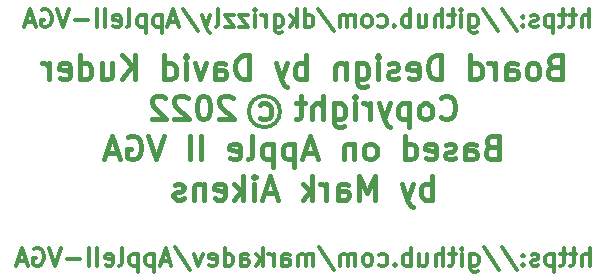
<source format=gbo>
%TF.GenerationSoftware,KiCad,Pcbnew,(5.1.10)-1*%
%TF.CreationDate,2022-11-27T19:39:58-05:00*%
%TF.ProjectId,AppleII-Pico,4170706c-6549-4492-9d50-69636f2e6b69,rev?*%
%TF.SameCoordinates,Original*%
%TF.FileFunction,Legend,Bot*%
%TF.FilePolarity,Positive*%
%FSLAX46Y46*%
G04 Gerber Fmt 4.6, Leading zero omitted, Abs format (unit mm)*
G04 Created by KiCad (PCBNEW (5.1.10)-1) date 2022-11-27 19:39:58*
%MOMM*%
%LPD*%
G01*
G04 APERTURE LIST*
%ADD10C,0.300000*%
%ADD11C,0.400000*%
G04 APERTURE END LIST*
D10*
X155960016Y-87841000D02*
G75*
G03*
X155960016Y-87841000I-1315416J0D01*
G01*
X182149028Y-80696371D02*
X182149028Y-79196371D01*
X181506171Y-80696371D02*
X181506171Y-79910657D01*
X181577600Y-79767800D01*
X181720457Y-79696371D01*
X181934742Y-79696371D01*
X182077600Y-79767800D01*
X182149028Y-79839228D01*
X181006171Y-79696371D02*
X180434742Y-79696371D01*
X180791885Y-79196371D02*
X180791885Y-80482085D01*
X180720457Y-80624942D01*
X180577600Y-80696371D01*
X180434742Y-80696371D01*
X180149028Y-79696371D02*
X179577600Y-79696371D01*
X179934742Y-79196371D02*
X179934742Y-80482085D01*
X179863314Y-80624942D01*
X179720457Y-80696371D01*
X179577600Y-80696371D01*
X179077600Y-79696371D02*
X179077600Y-81196371D01*
X179077600Y-79767800D02*
X178934742Y-79696371D01*
X178649028Y-79696371D01*
X178506171Y-79767800D01*
X178434742Y-79839228D01*
X178363314Y-79982085D01*
X178363314Y-80410657D01*
X178434742Y-80553514D01*
X178506171Y-80624942D01*
X178649028Y-80696371D01*
X178934742Y-80696371D01*
X179077600Y-80624942D01*
X177791885Y-80624942D02*
X177649028Y-80696371D01*
X177363314Y-80696371D01*
X177220457Y-80624942D01*
X177149028Y-80482085D01*
X177149028Y-80410657D01*
X177220457Y-80267800D01*
X177363314Y-80196371D01*
X177577600Y-80196371D01*
X177720457Y-80124942D01*
X177791885Y-79982085D01*
X177791885Y-79910657D01*
X177720457Y-79767800D01*
X177577600Y-79696371D01*
X177363314Y-79696371D01*
X177220457Y-79767800D01*
X176506171Y-80553514D02*
X176434742Y-80624942D01*
X176506171Y-80696371D01*
X176577600Y-80624942D01*
X176506171Y-80553514D01*
X176506171Y-80696371D01*
X176506171Y-79767800D02*
X176434742Y-79839228D01*
X176506171Y-79910657D01*
X176577600Y-79839228D01*
X176506171Y-79767800D01*
X176506171Y-79910657D01*
X174720457Y-79124942D02*
X176006171Y-81053514D01*
X173149028Y-79124942D02*
X174434742Y-81053514D01*
X172006171Y-79696371D02*
X172006171Y-80910657D01*
X172077600Y-81053514D01*
X172149028Y-81124942D01*
X172291885Y-81196371D01*
X172506171Y-81196371D01*
X172649028Y-81124942D01*
X172006171Y-80624942D02*
X172149028Y-80696371D01*
X172434742Y-80696371D01*
X172577600Y-80624942D01*
X172649028Y-80553514D01*
X172720457Y-80410657D01*
X172720457Y-79982085D01*
X172649028Y-79839228D01*
X172577600Y-79767800D01*
X172434742Y-79696371D01*
X172149028Y-79696371D01*
X172006171Y-79767800D01*
X171291885Y-80696371D02*
X171291885Y-79696371D01*
X171291885Y-79196371D02*
X171363314Y-79267800D01*
X171291885Y-79339228D01*
X171220457Y-79267800D01*
X171291885Y-79196371D01*
X171291885Y-79339228D01*
X170791885Y-79696371D02*
X170220457Y-79696371D01*
X170577599Y-79196371D02*
X170577599Y-80482085D01*
X170506171Y-80624942D01*
X170363314Y-80696371D01*
X170220457Y-80696371D01*
X169720457Y-80696371D02*
X169720457Y-79196371D01*
X169077599Y-80696371D02*
X169077599Y-79910657D01*
X169149028Y-79767800D01*
X169291885Y-79696371D01*
X169506171Y-79696371D01*
X169649028Y-79767800D01*
X169720457Y-79839228D01*
X167720457Y-79696371D02*
X167720457Y-80696371D01*
X168363314Y-79696371D02*
X168363314Y-80482085D01*
X168291885Y-80624942D01*
X168149028Y-80696371D01*
X167934742Y-80696371D01*
X167791885Y-80624942D01*
X167720457Y-80553514D01*
X167006171Y-80696371D02*
X167006171Y-79196371D01*
X167006171Y-79767800D02*
X166863314Y-79696371D01*
X166577599Y-79696371D01*
X166434742Y-79767800D01*
X166363314Y-79839228D01*
X166291885Y-79982085D01*
X166291885Y-80410657D01*
X166363314Y-80553514D01*
X166434742Y-80624942D01*
X166577599Y-80696371D01*
X166863314Y-80696371D01*
X167006171Y-80624942D01*
X165649028Y-80553514D02*
X165577599Y-80624942D01*
X165649028Y-80696371D01*
X165720457Y-80624942D01*
X165649028Y-80553514D01*
X165649028Y-80696371D01*
X164291885Y-80624942D02*
X164434742Y-80696371D01*
X164720457Y-80696371D01*
X164863314Y-80624942D01*
X164934742Y-80553514D01*
X165006171Y-80410657D01*
X165006171Y-79982085D01*
X164934742Y-79839228D01*
X164863314Y-79767800D01*
X164720457Y-79696371D01*
X164434742Y-79696371D01*
X164291885Y-79767800D01*
X163434742Y-80696371D02*
X163577599Y-80624942D01*
X163649028Y-80553514D01*
X163720457Y-80410657D01*
X163720457Y-79982085D01*
X163649028Y-79839228D01*
X163577599Y-79767800D01*
X163434742Y-79696371D01*
X163220457Y-79696371D01*
X163077599Y-79767800D01*
X163006171Y-79839228D01*
X162934742Y-79982085D01*
X162934742Y-80410657D01*
X163006171Y-80553514D01*
X163077599Y-80624942D01*
X163220457Y-80696371D01*
X163434742Y-80696371D01*
X162291885Y-80696371D02*
X162291885Y-79696371D01*
X162291885Y-79839228D02*
X162220457Y-79767800D01*
X162077599Y-79696371D01*
X161863314Y-79696371D01*
X161720457Y-79767800D01*
X161649028Y-79910657D01*
X161649028Y-80696371D01*
X161649028Y-79910657D02*
X161577599Y-79767800D01*
X161434742Y-79696371D01*
X161220457Y-79696371D01*
X161077599Y-79767800D01*
X161006171Y-79910657D01*
X161006171Y-80696371D01*
X159220457Y-79124942D02*
X160506171Y-81053514D01*
X158077599Y-80696371D02*
X158077599Y-79196371D01*
X158077599Y-80624942D02*
X158220457Y-80696371D01*
X158506171Y-80696371D01*
X158649028Y-80624942D01*
X158720457Y-80553514D01*
X158791885Y-80410657D01*
X158791885Y-79982085D01*
X158720457Y-79839228D01*
X158649028Y-79767800D01*
X158506171Y-79696371D01*
X158220457Y-79696371D01*
X158077599Y-79767800D01*
X157363314Y-80696371D02*
X157363314Y-79196371D01*
X157220457Y-80124942D02*
X156791885Y-80696371D01*
X156791885Y-79696371D02*
X157363314Y-80267800D01*
X155506171Y-79696371D02*
X155506171Y-80910657D01*
X155577599Y-81053514D01*
X155649028Y-81124942D01*
X155791885Y-81196371D01*
X156006171Y-81196371D01*
X156149028Y-81124942D01*
X155506171Y-80624942D02*
X155649028Y-80696371D01*
X155934742Y-80696371D01*
X156077599Y-80624942D01*
X156149028Y-80553514D01*
X156220457Y-80410657D01*
X156220457Y-79982085D01*
X156149028Y-79839228D01*
X156077599Y-79767800D01*
X155934742Y-79696371D01*
X155649028Y-79696371D01*
X155506171Y-79767800D01*
X154791885Y-80696371D02*
X154791885Y-79696371D01*
X154791885Y-79982085D02*
X154720457Y-79839228D01*
X154649028Y-79767800D01*
X154506171Y-79696371D01*
X154363314Y-79696371D01*
X153863314Y-80696371D02*
X153863314Y-79696371D01*
X153863314Y-79196371D02*
X153934742Y-79267800D01*
X153863314Y-79339228D01*
X153791885Y-79267800D01*
X153863314Y-79196371D01*
X153863314Y-79339228D01*
X153291885Y-79696371D02*
X152506171Y-79696371D01*
X153291885Y-80696371D01*
X152506171Y-80696371D01*
X152077599Y-79696371D02*
X151291885Y-79696371D01*
X152077599Y-80696371D01*
X151291885Y-80696371D01*
X150506171Y-80696371D02*
X150649028Y-80624942D01*
X150720457Y-80482085D01*
X150720457Y-79196371D01*
X150077599Y-79696371D02*
X149720457Y-80696371D01*
X149363314Y-79696371D02*
X149720457Y-80696371D01*
X149863314Y-81053514D01*
X149934742Y-81124942D01*
X150077599Y-81196371D01*
X147720457Y-79124942D02*
X149006171Y-81053514D01*
X147291885Y-80267800D02*
X146577599Y-80267800D01*
X147434742Y-80696371D02*
X146934742Y-79196371D01*
X146434742Y-80696371D01*
X145934742Y-79696371D02*
X145934742Y-81196371D01*
X145934742Y-79767800D02*
X145791885Y-79696371D01*
X145506171Y-79696371D01*
X145363314Y-79767800D01*
X145291885Y-79839228D01*
X145220457Y-79982085D01*
X145220457Y-80410657D01*
X145291885Y-80553514D01*
X145363314Y-80624942D01*
X145506171Y-80696371D01*
X145791885Y-80696371D01*
X145934742Y-80624942D01*
X144577599Y-79696371D02*
X144577599Y-81196371D01*
X144577599Y-79767800D02*
X144434742Y-79696371D01*
X144149028Y-79696371D01*
X144006171Y-79767800D01*
X143934742Y-79839228D01*
X143863314Y-79982085D01*
X143863314Y-80410657D01*
X143934742Y-80553514D01*
X144006171Y-80624942D01*
X144149028Y-80696371D01*
X144434742Y-80696371D01*
X144577599Y-80624942D01*
X143006171Y-80696371D02*
X143149028Y-80624942D01*
X143220457Y-80482085D01*
X143220457Y-79196371D01*
X141863314Y-80624942D02*
X142006171Y-80696371D01*
X142291885Y-80696371D01*
X142434742Y-80624942D01*
X142506171Y-80482085D01*
X142506171Y-79910657D01*
X142434742Y-79767800D01*
X142291885Y-79696371D01*
X142006171Y-79696371D01*
X141863314Y-79767800D01*
X141791885Y-79910657D01*
X141791885Y-80053514D01*
X142506171Y-80196371D01*
X141149028Y-80696371D02*
X141149028Y-79196371D01*
X140434742Y-80696371D02*
X140434742Y-79196371D01*
X139720457Y-80124942D02*
X138577599Y-80124942D01*
X138077599Y-79196371D02*
X137577599Y-80696371D01*
X137077599Y-79196371D01*
X135791885Y-79267800D02*
X135934742Y-79196371D01*
X136149028Y-79196371D01*
X136363314Y-79267800D01*
X136506171Y-79410657D01*
X136577599Y-79553514D01*
X136649028Y-79839228D01*
X136649028Y-80053514D01*
X136577599Y-80339228D01*
X136506171Y-80482085D01*
X136363314Y-80624942D01*
X136149028Y-80696371D01*
X136006171Y-80696371D01*
X135791885Y-80624942D01*
X135720457Y-80553514D01*
X135720457Y-80053514D01*
X136006171Y-80053514D01*
X135149028Y-80267800D02*
X134434742Y-80267800D01*
X135291885Y-80696371D02*
X134791885Y-79196371D01*
X134291885Y-80696371D01*
X182201371Y-100889371D02*
X182201371Y-99389371D01*
X181558514Y-100889371D02*
X181558514Y-100103657D01*
X181629942Y-99960800D01*
X181772800Y-99889371D01*
X181987085Y-99889371D01*
X182129942Y-99960800D01*
X182201371Y-100032228D01*
X181058514Y-99889371D02*
X180487085Y-99889371D01*
X180844228Y-99389371D02*
X180844228Y-100675085D01*
X180772800Y-100817942D01*
X180629942Y-100889371D01*
X180487085Y-100889371D01*
X180201371Y-99889371D02*
X179629942Y-99889371D01*
X179987085Y-99389371D02*
X179987085Y-100675085D01*
X179915657Y-100817942D01*
X179772800Y-100889371D01*
X179629942Y-100889371D01*
X179129942Y-99889371D02*
X179129942Y-101389371D01*
X179129942Y-99960800D02*
X178987085Y-99889371D01*
X178701371Y-99889371D01*
X178558514Y-99960800D01*
X178487085Y-100032228D01*
X178415657Y-100175085D01*
X178415657Y-100603657D01*
X178487085Y-100746514D01*
X178558514Y-100817942D01*
X178701371Y-100889371D01*
X178987085Y-100889371D01*
X179129942Y-100817942D01*
X177844228Y-100817942D02*
X177701371Y-100889371D01*
X177415657Y-100889371D01*
X177272800Y-100817942D01*
X177201371Y-100675085D01*
X177201371Y-100603657D01*
X177272800Y-100460800D01*
X177415657Y-100389371D01*
X177629942Y-100389371D01*
X177772800Y-100317942D01*
X177844228Y-100175085D01*
X177844228Y-100103657D01*
X177772800Y-99960800D01*
X177629942Y-99889371D01*
X177415657Y-99889371D01*
X177272800Y-99960800D01*
X176558514Y-100746514D02*
X176487085Y-100817942D01*
X176558514Y-100889371D01*
X176629942Y-100817942D01*
X176558514Y-100746514D01*
X176558514Y-100889371D01*
X176558514Y-99960800D02*
X176487085Y-100032228D01*
X176558514Y-100103657D01*
X176629942Y-100032228D01*
X176558514Y-99960800D01*
X176558514Y-100103657D01*
X174772800Y-99317942D02*
X176058514Y-101246514D01*
X173201371Y-99317942D02*
X174487085Y-101246514D01*
X172058514Y-99889371D02*
X172058514Y-101103657D01*
X172129942Y-101246514D01*
X172201371Y-101317942D01*
X172344228Y-101389371D01*
X172558514Y-101389371D01*
X172701371Y-101317942D01*
X172058514Y-100817942D02*
X172201371Y-100889371D01*
X172487085Y-100889371D01*
X172629942Y-100817942D01*
X172701371Y-100746514D01*
X172772800Y-100603657D01*
X172772800Y-100175085D01*
X172701371Y-100032228D01*
X172629942Y-99960800D01*
X172487085Y-99889371D01*
X172201371Y-99889371D01*
X172058514Y-99960800D01*
X171344228Y-100889371D02*
X171344228Y-99889371D01*
X171344228Y-99389371D02*
X171415657Y-99460800D01*
X171344228Y-99532228D01*
X171272800Y-99460800D01*
X171344228Y-99389371D01*
X171344228Y-99532228D01*
X170844228Y-99889371D02*
X170272800Y-99889371D01*
X170629942Y-99389371D02*
X170629942Y-100675085D01*
X170558514Y-100817942D01*
X170415657Y-100889371D01*
X170272800Y-100889371D01*
X169772800Y-100889371D02*
X169772800Y-99389371D01*
X169129942Y-100889371D02*
X169129942Y-100103657D01*
X169201371Y-99960800D01*
X169344228Y-99889371D01*
X169558514Y-99889371D01*
X169701371Y-99960800D01*
X169772800Y-100032228D01*
X167772800Y-99889371D02*
X167772800Y-100889371D01*
X168415657Y-99889371D02*
X168415657Y-100675085D01*
X168344228Y-100817942D01*
X168201371Y-100889371D01*
X167987085Y-100889371D01*
X167844228Y-100817942D01*
X167772800Y-100746514D01*
X167058514Y-100889371D02*
X167058514Y-99389371D01*
X167058514Y-99960800D02*
X166915657Y-99889371D01*
X166629942Y-99889371D01*
X166487085Y-99960800D01*
X166415657Y-100032228D01*
X166344228Y-100175085D01*
X166344228Y-100603657D01*
X166415657Y-100746514D01*
X166487085Y-100817942D01*
X166629942Y-100889371D01*
X166915657Y-100889371D01*
X167058514Y-100817942D01*
X165701371Y-100746514D02*
X165629942Y-100817942D01*
X165701371Y-100889371D01*
X165772799Y-100817942D01*
X165701371Y-100746514D01*
X165701371Y-100889371D01*
X164344228Y-100817942D02*
X164487085Y-100889371D01*
X164772800Y-100889371D01*
X164915657Y-100817942D01*
X164987085Y-100746514D01*
X165058514Y-100603657D01*
X165058514Y-100175085D01*
X164987085Y-100032228D01*
X164915657Y-99960800D01*
X164772800Y-99889371D01*
X164487085Y-99889371D01*
X164344228Y-99960800D01*
X163487085Y-100889371D02*
X163629942Y-100817942D01*
X163701371Y-100746514D01*
X163772799Y-100603657D01*
X163772799Y-100175085D01*
X163701371Y-100032228D01*
X163629942Y-99960800D01*
X163487085Y-99889371D01*
X163272799Y-99889371D01*
X163129942Y-99960800D01*
X163058514Y-100032228D01*
X162987085Y-100175085D01*
X162987085Y-100603657D01*
X163058514Y-100746514D01*
X163129942Y-100817942D01*
X163272799Y-100889371D01*
X163487085Y-100889371D01*
X162344228Y-100889371D02*
X162344228Y-99889371D01*
X162344228Y-100032228D02*
X162272799Y-99960800D01*
X162129942Y-99889371D01*
X161915657Y-99889371D01*
X161772799Y-99960800D01*
X161701371Y-100103657D01*
X161701371Y-100889371D01*
X161701371Y-100103657D02*
X161629942Y-99960800D01*
X161487085Y-99889371D01*
X161272799Y-99889371D01*
X161129942Y-99960800D01*
X161058514Y-100103657D01*
X161058514Y-100889371D01*
X159272799Y-99317942D02*
X160558514Y-101246514D01*
X158772799Y-100889371D02*
X158772799Y-99889371D01*
X158772799Y-100032228D02*
X158701371Y-99960800D01*
X158558514Y-99889371D01*
X158344228Y-99889371D01*
X158201371Y-99960800D01*
X158129942Y-100103657D01*
X158129942Y-100889371D01*
X158129942Y-100103657D02*
X158058514Y-99960800D01*
X157915657Y-99889371D01*
X157701371Y-99889371D01*
X157558514Y-99960800D01*
X157487085Y-100103657D01*
X157487085Y-100889371D01*
X156129942Y-100889371D02*
X156129942Y-100103657D01*
X156201371Y-99960800D01*
X156344228Y-99889371D01*
X156629942Y-99889371D01*
X156772799Y-99960800D01*
X156129942Y-100817942D02*
X156272799Y-100889371D01*
X156629942Y-100889371D01*
X156772799Y-100817942D01*
X156844228Y-100675085D01*
X156844228Y-100532228D01*
X156772799Y-100389371D01*
X156629942Y-100317942D01*
X156272799Y-100317942D01*
X156129942Y-100246514D01*
X155415657Y-100889371D02*
X155415657Y-99889371D01*
X155415657Y-100175085D02*
X155344228Y-100032228D01*
X155272799Y-99960800D01*
X155129942Y-99889371D01*
X154987085Y-99889371D01*
X154487085Y-100889371D02*
X154487085Y-99389371D01*
X154344228Y-100317942D02*
X153915657Y-100889371D01*
X153915657Y-99889371D02*
X154487085Y-100460800D01*
X152629942Y-100889371D02*
X152629942Y-100103657D01*
X152701371Y-99960800D01*
X152844228Y-99889371D01*
X153129942Y-99889371D01*
X153272799Y-99960800D01*
X152629942Y-100817942D02*
X152772799Y-100889371D01*
X153129942Y-100889371D01*
X153272799Y-100817942D01*
X153344228Y-100675085D01*
X153344228Y-100532228D01*
X153272799Y-100389371D01*
X153129942Y-100317942D01*
X152772799Y-100317942D01*
X152629942Y-100246514D01*
X151272799Y-100889371D02*
X151272799Y-99389371D01*
X151272799Y-100817942D02*
X151415657Y-100889371D01*
X151701371Y-100889371D01*
X151844228Y-100817942D01*
X151915657Y-100746514D01*
X151987085Y-100603657D01*
X151987085Y-100175085D01*
X151915657Y-100032228D01*
X151844228Y-99960800D01*
X151701371Y-99889371D01*
X151415657Y-99889371D01*
X151272799Y-99960800D01*
X149987085Y-100817942D02*
X150129942Y-100889371D01*
X150415657Y-100889371D01*
X150558514Y-100817942D01*
X150629942Y-100675085D01*
X150629942Y-100103657D01*
X150558514Y-99960800D01*
X150415657Y-99889371D01*
X150129942Y-99889371D01*
X149987085Y-99960800D01*
X149915657Y-100103657D01*
X149915657Y-100246514D01*
X150629942Y-100389371D01*
X149415657Y-99889371D02*
X149058514Y-100889371D01*
X148701371Y-99889371D01*
X147058514Y-99317942D02*
X148344228Y-101246514D01*
X146629942Y-100460800D02*
X145915657Y-100460800D01*
X146772799Y-100889371D02*
X146272799Y-99389371D01*
X145772799Y-100889371D01*
X145272799Y-99889371D02*
X145272799Y-101389371D01*
X145272799Y-99960800D02*
X145129942Y-99889371D01*
X144844228Y-99889371D01*
X144701371Y-99960800D01*
X144629942Y-100032228D01*
X144558514Y-100175085D01*
X144558514Y-100603657D01*
X144629942Y-100746514D01*
X144701371Y-100817942D01*
X144844228Y-100889371D01*
X145129942Y-100889371D01*
X145272799Y-100817942D01*
X143915657Y-99889371D02*
X143915657Y-101389371D01*
X143915657Y-99960800D02*
X143772799Y-99889371D01*
X143487085Y-99889371D01*
X143344228Y-99960800D01*
X143272799Y-100032228D01*
X143201371Y-100175085D01*
X143201371Y-100603657D01*
X143272799Y-100746514D01*
X143344228Y-100817942D01*
X143487085Y-100889371D01*
X143772799Y-100889371D01*
X143915657Y-100817942D01*
X142344228Y-100889371D02*
X142487085Y-100817942D01*
X142558514Y-100675085D01*
X142558514Y-99389371D01*
X141201371Y-100817942D02*
X141344228Y-100889371D01*
X141629942Y-100889371D01*
X141772799Y-100817942D01*
X141844228Y-100675085D01*
X141844228Y-100103657D01*
X141772799Y-99960800D01*
X141629942Y-99889371D01*
X141344228Y-99889371D01*
X141201371Y-99960800D01*
X141129942Y-100103657D01*
X141129942Y-100246514D01*
X141844228Y-100389371D01*
X140487085Y-100889371D02*
X140487085Y-99389371D01*
X139772799Y-100889371D02*
X139772799Y-99389371D01*
X139058514Y-100317942D02*
X137915657Y-100317942D01*
X137415657Y-99389371D02*
X136915657Y-100889371D01*
X136415657Y-99389371D01*
X135129942Y-99460800D02*
X135272799Y-99389371D01*
X135487085Y-99389371D01*
X135701371Y-99460800D01*
X135844228Y-99603657D01*
X135915657Y-99746514D01*
X135987085Y-100032228D01*
X135987085Y-100246514D01*
X135915657Y-100532228D01*
X135844228Y-100675085D01*
X135701371Y-100817942D01*
X135487085Y-100889371D01*
X135344228Y-100889371D01*
X135129942Y-100817942D01*
X135058514Y-100746514D01*
X135058514Y-100246514D01*
X135344228Y-100246514D01*
X134487085Y-100460800D02*
X133772799Y-100460800D01*
X134629942Y-100889371D02*
X134129942Y-99389371D01*
X133629942Y-100889371D01*
D11*
X179137076Y-84045942D02*
X178851361Y-84141180D01*
X178756123Y-84236419D01*
X178660885Y-84426895D01*
X178660885Y-84712609D01*
X178756123Y-84903085D01*
X178851361Y-84998323D01*
X179041838Y-85093561D01*
X179803742Y-85093561D01*
X179803742Y-83093561D01*
X179137076Y-83093561D01*
X178946600Y-83188800D01*
X178851361Y-83284038D01*
X178756123Y-83474514D01*
X178756123Y-83664990D01*
X178851361Y-83855466D01*
X178946600Y-83950704D01*
X179137076Y-84045942D01*
X179803742Y-84045942D01*
X177518028Y-85093561D02*
X177708504Y-84998323D01*
X177803742Y-84903085D01*
X177898980Y-84712609D01*
X177898980Y-84141180D01*
X177803742Y-83950704D01*
X177708504Y-83855466D01*
X177518028Y-83760228D01*
X177232314Y-83760228D01*
X177041838Y-83855466D01*
X176946600Y-83950704D01*
X176851361Y-84141180D01*
X176851361Y-84712609D01*
X176946600Y-84903085D01*
X177041838Y-84998323D01*
X177232314Y-85093561D01*
X177518028Y-85093561D01*
X175137076Y-85093561D02*
X175137076Y-84045942D01*
X175232314Y-83855466D01*
X175422790Y-83760228D01*
X175803742Y-83760228D01*
X175994219Y-83855466D01*
X175137076Y-84998323D02*
X175327552Y-85093561D01*
X175803742Y-85093561D01*
X175994219Y-84998323D01*
X176089457Y-84807847D01*
X176089457Y-84617371D01*
X175994219Y-84426895D01*
X175803742Y-84331657D01*
X175327552Y-84331657D01*
X175137076Y-84236419D01*
X174184695Y-85093561D02*
X174184695Y-83760228D01*
X174184695Y-84141180D02*
X174089457Y-83950704D01*
X173994219Y-83855466D01*
X173803742Y-83760228D01*
X173613266Y-83760228D01*
X172089457Y-85093561D02*
X172089457Y-83093561D01*
X172089457Y-84998323D02*
X172279933Y-85093561D01*
X172660885Y-85093561D01*
X172851361Y-84998323D01*
X172946600Y-84903085D01*
X173041838Y-84712609D01*
X173041838Y-84141180D01*
X172946600Y-83950704D01*
X172851361Y-83855466D01*
X172660885Y-83760228D01*
X172279933Y-83760228D01*
X172089457Y-83855466D01*
X169613266Y-85093561D02*
X169613266Y-83093561D01*
X169137076Y-83093561D01*
X168851361Y-83188800D01*
X168660885Y-83379276D01*
X168565647Y-83569752D01*
X168470409Y-83950704D01*
X168470409Y-84236419D01*
X168565647Y-84617371D01*
X168660885Y-84807847D01*
X168851361Y-84998323D01*
X169137076Y-85093561D01*
X169613266Y-85093561D01*
X166851361Y-84998323D02*
X167041838Y-85093561D01*
X167422790Y-85093561D01*
X167613266Y-84998323D01*
X167708504Y-84807847D01*
X167708504Y-84045942D01*
X167613266Y-83855466D01*
X167422790Y-83760228D01*
X167041838Y-83760228D01*
X166851361Y-83855466D01*
X166756123Y-84045942D01*
X166756123Y-84236419D01*
X167708504Y-84426895D01*
X165994219Y-84998323D02*
X165803742Y-85093561D01*
X165422790Y-85093561D01*
X165232314Y-84998323D01*
X165137076Y-84807847D01*
X165137076Y-84712609D01*
X165232314Y-84522133D01*
X165422790Y-84426895D01*
X165708504Y-84426895D01*
X165898980Y-84331657D01*
X165994219Y-84141180D01*
X165994219Y-84045942D01*
X165898980Y-83855466D01*
X165708504Y-83760228D01*
X165422790Y-83760228D01*
X165232314Y-83855466D01*
X164279933Y-85093561D02*
X164279933Y-83760228D01*
X164279933Y-83093561D02*
X164375171Y-83188800D01*
X164279933Y-83284038D01*
X164184695Y-83188800D01*
X164279933Y-83093561D01*
X164279933Y-83284038D01*
X162470409Y-83760228D02*
X162470409Y-85379276D01*
X162565647Y-85569752D01*
X162660885Y-85664990D01*
X162851361Y-85760228D01*
X163137076Y-85760228D01*
X163327552Y-85664990D01*
X162470409Y-84998323D02*
X162660885Y-85093561D01*
X163041838Y-85093561D01*
X163232314Y-84998323D01*
X163327552Y-84903085D01*
X163422790Y-84712609D01*
X163422790Y-84141180D01*
X163327552Y-83950704D01*
X163232314Y-83855466D01*
X163041838Y-83760228D01*
X162660885Y-83760228D01*
X162470409Y-83855466D01*
X161518028Y-83760228D02*
X161518028Y-85093561D01*
X161518028Y-83950704D02*
X161422790Y-83855466D01*
X161232314Y-83760228D01*
X160946600Y-83760228D01*
X160756123Y-83855466D01*
X160660885Y-84045942D01*
X160660885Y-85093561D01*
X158184695Y-85093561D02*
X158184695Y-83093561D01*
X158184695Y-83855466D02*
X157994219Y-83760228D01*
X157613266Y-83760228D01*
X157422790Y-83855466D01*
X157327552Y-83950704D01*
X157232314Y-84141180D01*
X157232314Y-84712609D01*
X157327552Y-84903085D01*
X157422790Y-84998323D01*
X157613266Y-85093561D01*
X157994219Y-85093561D01*
X158184695Y-84998323D01*
X156565647Y-83760228D02*
X156089457Y-85093561D01*
X155613266Y-83760228D02*
X156089457Y-85093561D01*
X156279933Y-85569752D01*
X156375171Y-85664990D01*
X156565647Y-85760228D01*
X153327552Y-85093561D02*
X153327552Y-83093561D01*
X152851361Y-83093561D01*
X152565647Y-83188800D01*
X152375171Y-83379276D01*
X152279933Y-83569752D01*
X152184695Y-83950704D01*
X152184695Y-84236419D01*
X152279933Y-84617371D01*
X152375171Y-84807847D01*
X152565647Y-84998323D01*
X152851361Y-85093561D01*
X153327552Y-85093561D01*
X150470409Y-85093561D02*
X150470409Y-84045942D01*
X150565647Y-83855466D01*
X150756123Y-83760228D01*
X151137076Y-83760228D01*
X151327552Y-83855466D01*
X150470409Y-84998323D02*
X150660885Y-85093561D01*
X151137076Y-85093561D01*
X151327552Y-84998323D01*
X151422790Y-84807847D01*
X151422790Y-84617371D01*
X151327552Y-84426895D01*
X151137076Y-84331657D01*
X150660885Y-84331657D01*
X150470409Y-84236419D01*
X149708504Y-83760228D02*
X149232314Y-85093561D01*
X148756123Y-83760228D01*
X147994219Y-85093561D02*
X147994219Y-83760228D01*
X147994219Y-83093561D02*
X148089457Y-83188800D01*
X147994219Y-83284038D01*
X147898980Y-83188800D01*
X147994219Y-83093561D01*
X147994219Y-83284038D01*
X146184695Y-85093561D02*
X146184695Y-83093561D01*
X146184695Y-84998323D02*
X146375171Y-85093561D01*
X146756123Y-85093561D01*
X146946600Y-84998323D01*
X147041838Y-84903085D01*
X147137076Y-84712609D01*
X147137076Y-84141180D01*
X147041838Y-83950704D01*
X146946600Y-83855466D01*
X146756123Y-83760228D01*
X146375171Y-83760228D01*
X146184695Y-83855466D01*
X143708504Y-85093561D02*
X143708504Y-83093561D01*
X142565647Y-85093561D02*
X143422790Y-83950704D01*
X142565647Y-83093561D02*
X143708504Y-84236419D01*
X140851361Y-83760228D02*
X140851361Y-85093561D01*
X141708504Y-83760228D02*
X141708504Y-84807847D01*
X141613266Y-84998323D01*
X141422790Y-85093561D01*
X141137076Y-85093561D01*
X140946600Y-84998323D01*
X140851361Y-84903085D01*
X139041838Y-85093561D02*
X139041838Y-83093561D01*
X139041838Y-84998323D02*
X139232314Y-85093561D01*
X139613266Y-85093561D01*
X139803742Y-84998323D01*
X139898980Y-84903085D01*
X139994219Y-84712609D01*
X139994219Y-84141180D01*
X139898980Y-83950704D01*
X139803742Y-83855466D01*
X139613266Y-83760228D01*
X139232314Y-83760228D01*
X139041838Y-83855466D01*
X137327552Y-84998323D02*
X137518028Y-85093561D01*
X137898980Y-85093561D01*
X138089457Y-84998323D01*
X138184695Y-84807847D01*
X138184695Y-84045942D01*
X138089457Y-83855466D01*
X137898980Y-83760228D01*
X137518028Y-83760228D01*
X137327552Y-83855466D01*
X137232314Y-84045942D01*
X137232314Y-84236419D01*
X138184695Y-84426895D01*
X136375171Y-85093561D02*
X136375171Y-83760228D01*
X136375171Y-84141180D02*
X136279933Y-83950704D01*
X136184695Y-83855466D01*
X135994219Y-83760228D01*
X135803742Y-83760228D01*
X169565647Y-88303085D02*
X169660885Y-88398323D01*
X169946600Y-88493561D01*
X170137076Y-88493561D01*
X170422790Y-88398323D01*
X170613266Y-88207847D01*
X170708504Y-88017371D01*
X170803742Y-87636419D01*
X170803742Y-87350704D01*
X170708504Y-86969752D01*
X170613266Y-86779276D01*
X170422790Y-86588800D01*
X170137076Y-86493561D01*
X169946600Y-86493561D01*
X169660885Y-86588800D01*
X169565647Y-86684038D01*
X168422790Y-88493561D02*
X168613266Y-88398323D01*
X168708504Y-88303085D01*
X168803742Y-88112609D01*
X168803742Y-87541180D01*
X168708504Y-87350704D01*
X168613266Y-87255466D01*
X168422790Y-87160228D01*
X168137076Y-87160228D01*
X167946600Y-87255466D01*
X167851361Y-87350704D01*
X167756123Y-87541180D01*
X167756123Y-88112609D01*
X167851361Y-88303085D01*
X167946600Y-88398323D01*
X168137076Y-88493561D01*
X168422790Y-88493561D01*
X166898980Y-87160228D02*
X166898980Y-89160228D01*
X166898980Y-87255466D02*
X166708504Y-87160228D01*
X166327552Y-87160228D01*
X166137076Y-87255466D01*
X166041838Y-87350704D01*
X165946600Y-87541180D01*
X165946600Y-88112609D01*
X166041838Y-88303085D01*
X166137076Y-88398323D01*
X166327552Y-88493561D01*
X166708504Y-88493561D01*
X166898980Y-88398323D01*
X165279933Y-87160228D02*
X164803742Y-88493561D01*
X164327552Y-87160228D02*
X164803742Y-88493561D01*
X164994219Y-88969752D01*
X165089457Y-89064990D01*
X165279933Y-89160228D01*
X163565647Y-88493561D02*
X163565647Y-87160228D01*
X163565647Y-87541180D02*
X163470409Y-87350704D01*
X163375171Y-87255466D01*
X163184695Y-87160228D01*
X162994219Y-87160228D01*
X162327552Y-88493561D02*
X162327552Y-87160228D01*
X162327552Y-86493561D02*
X162422790Y-86588800D01*
X162327552Y-86684038D01*
X162232314Y-86588800D01*
X162327552Y-86493561D01*
X162327552Y-86684038D01*
X160518028Y-87160228D02*
X160518028Y-88779276D01*
X160613266Y-88969752D01*
X160708504Y-89064990D01*
X160898980Y-89160228D01*
X161184695Y-89160228D01*
X161375171Y-89064990D01*
X160518028Y-88398323D02*
X160708504Y-88493561D01*
X161089457Y-88493561D01*
X161279933Y-88398323D01*
X161375171Y-88303085D01*
X161470409Y-88112609D01*
X161470409Y-87541180D01*
X161375171Y-87350704D01*
X161279933Y-87255466D01*
X161089457Y-87160228D01*
X160708504Y-87160228D01*
X160518028Y-87255466D01*
X159565647Y-88493561D02*
X159565647Y-86493561D01*
X158708504Y-88493561D02*
X158708504Y-87445942D01*
X158803742Y-87255466D01*
X158994219Y-87160228D01*
X159279933Y-87160228D01*
X159470409Y-87255466D01*
X159565647Y-87350704D01*
X158041838Y-87160228D02*
X157279933Y-87160228D01*
X157756123Y-86493561D02*
X157756123Y-88207847D01*
X157660885Y-88398323D01*
X157470409Y-88493561D01*
X157279933Y-88493561D01*
X154232314Y-88398323D02*
X154422790Y-88493561D01*
X154803742Y-88493561D01*
X154994219Y-88398323D01*
X155089457Y-88303085D01*
X155184695Y-88112609D01*
X155184695Y-87541180D01*
X155089457Y-87350704D01*
X154994219Y-87255466D01*
X154803742Y-87160228D01*
X154422790Y-87160228D01*
X154232314Y-87255466D01*
X151946600Y-86684038D02*
X151851361Y-86588800D01*
X151660885Y-86493561D01*
X151184695Y-86493561D01*
X150994219Y-86588800D01*
X150898980Y-86684038D01*
X150803742Y-86874514D01*
X150803742Y-87064990D01*
X150898980Y-87350704D01*
X152041838Y-88493561D01*
X150803742Y-88493561D01*
X149565647Y-86493561D02*
X149375171Y-86493561D01*
X149184695Y-86588800D01*
X149089457Y-86684038D01*
X148994219Y-86874514D01*
X148898980Y-87255466D01*
X148898980Y-87731657D01*
X148994219Y-88112609D01*
X149089457Y-88303085D01*
X149184695Y-88398323D01*
X149375171Y-88493561D01*
X149565647Y-88493561D01*
X149756123Y-88398323D01*
X149851361Y-88303085D01*
X149946600Y-88112609D01*
X150041838Y-87731657D01*
X150041838Y-87255466D01*
X149946600Y-86874514D01*
X149851361Y-86684038D01*
X149756123Y-86588800D01*
X149565647Y-86493561D01*
X148137076Y-86684038D02*
X148041838Y-86588800D01*
X147851361Y-86493561D01*
X147375171Y-86493561D01*
X147184695Y-86588800D01*
X147089457Y-86684038D01*
X146994219Y-86874514D01*
X146994219Y-87064990D01*
X147089457Y-87350704D01*
X148232314Y-88493561D01*
X146994219Y-88493561D01*
X146232314Y-86684038D02*
X146137076Y-86588800D01*
X145946600Y-86493561D01*
X145470409Y-86493561D01*
X145279933Y-86588800D01*
X145184695Y-86684038D01*
X145089457Y-86874514D01*
X145089457Y-87064990D01*
X145184695Y-87350704D01*
X146327552Y-88493561D01*
X145089457Y-88493561D01*
X173851361Y-90845942D02*
X173565647Y-90941180D01*
X173470409Y-91036419D01*
X173375171Y-91226895D01*
X173375171Y-91512609D01*
X173470409Y-91703085D01*
X173565647Y-91798323D01*
X173756123Y-91893561D01*
X174518028Y-91893561D01*
X174518028Y-89893561D01*
X173851361Y-89893561D01*
X173660885Y-89988800D01*
X173565647Y-90084038D01*
X173470409Y-90274514D01*
X173470409Y-90464990D01*
X173565647Y-90655466D01*
X173660885Y-90750704D01*
X173851361Y-90845942D01*
X174518028Y-90845942D01*
X171660885Y-91893561D02*
X171660885Y-90845942D01*
X171756123Y-90655466D01*
X171946600Y-90560228D01*
X172327552Y-90560228D01*
X172518028Y-90655466D01*
X171660885Y-91798323D02*
X171851361Y-91893561D01*
X172327552Y-91893561D01*
X172518028Y-91798323D01*
X172613266Y-91607847D01*
X172613266Y-91417371D01*
X172518028Y-91226895D01*
X172327552Y-91131657D01*
X171851361Y-91131657D01*
X171660885Y-91036419D01*
X170803742Y-91798323D02*
X170613266Y-91893561D01*
X170232314Y-91893561D01*
X170041838Y-91798323D01*
X169946600Y-91607847D01*
X169946600Y-91512609D01*
X170041838Y-91322133D01*
X170232314Y-91226895D01*
X170518028Y-91226895D01*
X170708504Y-91131657D01*
X170803742Y-90941180D01*
X170803742Y-90845942D01*
X170708504Y-90655466D01*
X170518028Y-90560228D01*
X170232314Y-90560228D01*
X170041838Y-90655466D01*
X168327552Y-91798323D02*
X168518028Y-91893561D01*
X168898980Y-91893561D01*
X169089457Y-91798323D01*
X169184695Y-91607847D01*
X169184695Y-90845942D01*
X169089457Y-90655466D01*
X168898980Y-90560228D01*
X168518028Y-90560228D01*
X168327552Y-90655466D01*
X168232314Y-90845942D01*
X168232314Y-91036419D01*
X169184695Y-91226895D01*
X166518028Y-91893561D02*
X166518028Y-89893561D01*
X166518028Y-91798323D02*
X166708504Y-91893561D01*
X167089457Y-91893561D01*
X167279933Y-91798323D01*
X167375171Y-91703085D01*
X167470409Y-91512609D01*
X167470409Y-90941180D01*
X167375171Y-90750704D01*
X167279933Y-90655466D01*
X167089457Y-90560228D01*
X166708504Y-90560228D01*
X166518028Y-90655466D01*
X163756123Y-91893561D02*
X163946600Y-91798323D01*
X164041838Y-91703085D01*
X164137076Y-91512609D01*
X164137076Y-90941180D01*
X164041838Y-90750704D01*
X163946600Y-90655466D01*
X163756123Y-90560228D01*
X163470409Y-90560228D01*
X163279933Y-90655466D01*
X163184695Y-90750704D01*
X163089457Y-90941180D01*
X163089457Y-91512609D01*
X163184695Y-91703085D01*
X163279933Y-91798323D01*
X163470409Y-91893561D01*
X163756123Y-91893561D01*
X162232314Y-90560228D02*
X162232314Y-91893561D01*
X162232314Y-90750704D02*
X162137076Y-90655466D01*
X161946600Y-90560228D01*
X161660885Y-90560228D01*
X161470409Y-90655466D01*
X161375171Y-90845942D01*
X161375171Y-91893561D01*
X158994219Y-91322133D02*
X158041838Y-91322133D01*
X159184695Y-91893561D02*
X158518028Y-89893561D01*
X157851361Y-91893561D01*
X157184695Y-90560228D02*
X157184695Y-92560228D01*
X157184695Y-90655466D02*
X156994219Y-90560228D01*
X156613266Y-90560228D01*
X156422790Y-90655466D01*
X156327552Y-90750704D01*
X156232314Y-90941180D01*
X156232314Y-91512609D01*
X156327552Y-91703085D01*
X156422790Y-91798323D01*
X156613266Y-91893561D01*
X156994219Y-91893561D01*
X157184695Y-91798323D01*
X155375171Y-90560228D02*
X155375171Y-92560228D01*
X155375171Y-90655466D02*
X155184695Y-90560228D01*
X154803742Y-90560228D01*
X154613266Y-90655466D01*
X154518028Y-90750704D01*
X154422790Y-90941180D01*
X154422790Y-91512609D01*
X154518028Y-91703085D01*
X154613266Y-91798323D01*
X154803742Y-91893561D01*
X155184695Y-91893561D01*
X155375171Y-91798323D01*
X153279933Y-91893561D02*
X153470409Y-91798323D01*
X153565647Y-91607847D01*
X153565647Y-89893561D01*
X151756123Y-91798323D02*
X151946600Y-91893561D01*
X152327552Y-91893561D01*
X152518028Y-91798323D01*
X152613266Y-91607847D01*
X152613266Y-90845942D01*
X152518028Y-90655466D01*
X152327552Y-90560228D01*
X151946600Y-90560228D01*
X151756123Y-90655466D01*
X151660885Y-90845942D01*
X151660885Y-91036419D01*
X152613266Y-91226895D01*
X149279933Y-91893561D02*
X149279933Y-89893561D01*
X148327552Y-91893561D02*
X148327552Y-89893561D01*
X146137076Y-89893561D02*
X145470409Y-91893561D01*
X144803742Y-89893561D01*
X143089457Y-89988800D02*
X143279933Y-89893561D01*
X143565647Y-89893561D01*
X143851361Y-89988800D01*
X144041838Y-90179276D01*
X144137076Y-90369752D01*
X144232314Y-90750704D01*
X144232314Y-91036419D01*
X144137076Y-91417371D01*
X144041838Y-91607847D01*
X143851361Y-91798323D01*
X143565647Y-91893561D01*
X143375171Y-91893561D01*
X143089457Y-91798323D01*
X142994219Y-91703085D01*
X142994219Y-91036419D01*
X143375171Y-91036419D01*
X142232314Y-91322133D02*
X141279933Y-91322133D01*
X142422790Y-91893561D02*
X141756123Y-89893561D01*
X141089457Y-91893561D01*
X168851361Y-95293561D02*
X168851361Y-93293561D01*
X168851361Y-94055466D02*
X168660885Y-93960228D01*
X168279933Y-93960228D01*
X168089457Y-94055466D01*
X167994219Y-94150704D01*
X167898980Y-94341180D01*
X167898980Y-94912609D01*
X167994219Y-95103085D01*
X168089457Y-95198323D01*
X168279933Y-95293561D01*
X168660885Y-95293561D01*
X168851361Y-95198323D01*
X167232314Y-93960228D02*
X166756123Y-95293561D01*
X166279933Y-93960228D02*
X166756123Y-95293561D01*
X166946600Y-95769752D01*
X167041838Y-95864990D01*
X167232314Y-95960228D01*
X163994219Y-95293561D02*
X163994219Y-93293561D01*
X163327552Y-94722133D01*
X162660885Y-93293561D01*
X162660885Y-95293561D01*
X160851361Y-95293561D02*
X160851361Y-94245942D01*
X160946600Y-94055466D01*
X161137076Y-93960228D01*
X161518028Y-93960228D01*
X161708504Y-94055466D01*
X160851361Y-95198323D02*
X161041838Y-95293561D01*
X161518028Y-95293561D01*
X161708504Y-95198323D01*
X161803742Y-95007847D01*
X161803742Y-94817371D01*
X161708504Y-94626895D01*
X161518028Y-94531657D01*
X161041838Y-94531657D01*
X160851361Y-94436419D01*
X159898980Y-95293561D02*
X159898980Y-93960228D01*
X159898980Y-94341180D02*
X159803742Y-94150704D01*
X159708504Y-94055466D01*
X159518028Y-93960228D01*
X159327552Y-93960228D01*
X158660885Y-95293561D02*
X158660885Y-93293561D01*
X158470409Y-94531657D02*
X157898980Y-95293561D01*
X157898980Y-93960228D02*
X158660885Y-94722133D01*
X155613266Y-94722133D02*
X154660885Y-94722133D01*
X155803742Y-95293561D02*
X155137076Y-93293561D01*
X154470409Y-95293561D01*
X153803742Y-95293561D02*
X153803742Y-93960228D01*
X153803742Y-93293561D02*
X153898980Y-93388800D01*
X153803742Y-93484038D01*
X153708504Y-93388800D01*
X153803742Y-93293561D01*
X153803742Y-93484038D01*
X152851361Y-95293561D02*
X152851361Y-93293561D01*
X152660885Y-94531657D02*
X152089457Y-95293561D01*
X152089457Y-93960228D02*
X152851361Y-94722133D01*
X150470409Y-95198323D02*
X150660885Y-95293561D01*
X151041838Y-95293561D01*
X151232314Y-95198323D01*
X151327552Y-95007847D01*
X151327552Y-94245942D01*
X151232314Y-94055466D01*
X151041838Y-93960228D01*
X150660885Y-93960228D01*
X150470409Y-94055466D01*
X150375171Y-94245942D01*
X150375171Y-94436419D01*
X151327552Y-94626895D01*
X149518028Y-93960228D02*
X149518028Y-95293561D01*
X149518028Y-94150704D02*
X149422790Y-94055466D01*
X149232314Y-93960228D01*
X148946600Y-93960228D01*
X148756123Y-94055466D01*
X148660885Y-94245942D01*
X148660885Y-95293561D01*
X147803742Y-95198323D02*
X147613266Y-95293561D01*
X147232314Y-95293561D01*
X147041838Y-95198323D01*
X146946600Y-95007847D01*
X146946600Y-94912609D01*
X147041838Y-94722133D01*
X147232314Y-94626895D01*
X147518028Y-94626895D01*
X147708504Y-94531657D01*
X147803742Y-94341180D01*
X147803742Y-94245942D01*
X147708504Y-94055466D01*
X147518028Y-93960228D01*
X147232314Y-93960228D01*
X147041838Y-94055466D01*
M02*

</source>
